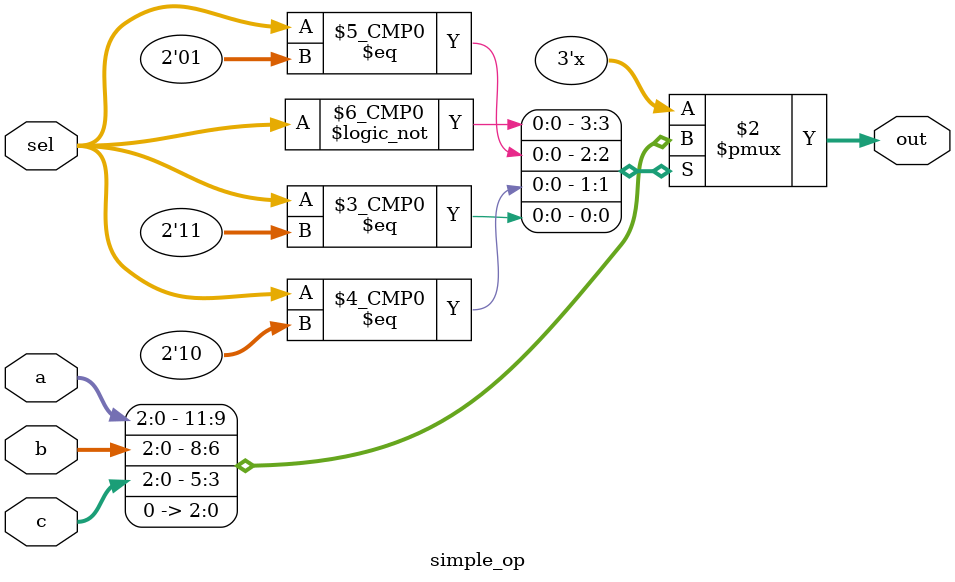
<source format=v>

module simple_op(a,b,c,sel,out);
    input [2:0] a,b,c;
    input [1:0] sel;
    output reg [2:0] out;
	
	
always @(*)
begin
    case(sel)
        2'b00   :   out = a;
        2'b01   :   out = b;
        2'b10   :   out = c;
        2'b11   :   out = 0;
    endcase
end 
endmodule 
</source>
